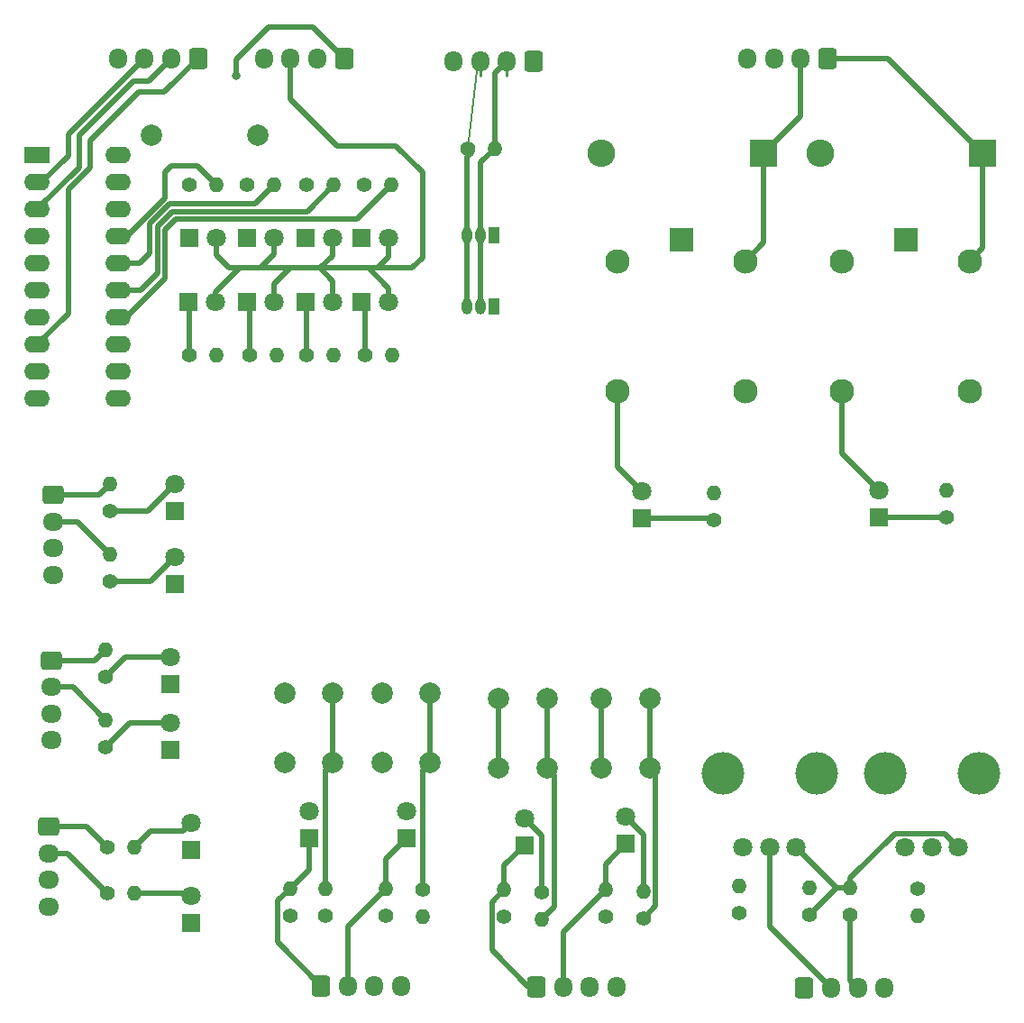
<source format=gbr>
%TF.GenerationSoftware,KiCad,Pcbnew,6.0.7-f9a2dced07~116~ubuntu20.04.1*%
%TF.CreationDate,2022-11-24T17:15:49+00:00*%
%TF.ProjectId,testing_board,74657374-696e-4675-9f62-6f6172642e6b,rev?*%
%TF.SameCoordinates,Original*%
%TF.FileFunction,Copper,L1,Top*%
%TF.FilePolarity,Positive*%
%FSLAX46Y46*%
G04 Gerber Fmt 4.6, Leading zero omitted, Abs format (unit mm)*
G04 Created by KiCad (PCBNEW 6.0.7-f9a2dced07~116~ubuntu20.04.1) date 2022-11-24 17:15:49*
%MOMM*%
%LPD*%
G01*
G04 APERTURE LIST*
G04 Aperture macros list*
%AMRoundRect*
0 Rectangle with rounded corners*
0 $1 Rounding radius*
0 $2 $3 $4 $5 $6 $7 $8 $9 X,Y pos of 4 corners*
0 Add a 4 corners polygon primitive as box body*
4,1,4,$2,$3,$4,$5,$6,$7,$8,$9,$2,$3,0*
0 Add four circle primitives for the rounded corners*
1,1,$1+$1,$2,$3*
1,1,$1+$1,$4,$5*
1,1,$1+$1,$6,$7*
1,1,$1+$1,$8,$9*
0 Add four rect primitives between the rounded corners*
20,1,$1+$1,$2,$3,$4,$5,0*
20,1,$1+$1,$4,$5,$6,$7,0*
20,1,$1+$1,$6,$7,$8,$9,0*
20,1,$1+$1,$8,$9,$2,$3,0*%
G04 Aperture macros list end*
%TA.AperFunction,NonConductor*%
%ADD10C,0.200000*%
%TD*%
%TA.AperFunction,ComponentPad*%
%ADD11R,1.800000X1.800000*%
%TD*%
%TA.AperFunction,ComponentPad*%
%ADD12C,1.800000*%
%TD*%
%TA.AperFunction,ComponentPad*%
%ADD13RoundRect,0.250000X-0.600000X-0.725000X0.600000X-0.725000X0.600000X0.725000X-0.600000X0.725000X0*%
%TD*%
%TA.AperFunction,ComponentPad*%
%ADD14O,1.700000X1.950000*%
%TD*%
%TA.AperFunction,ComponentPad*%
%ADD15RoundRect,0.250000X-0.725000X0.600000X-0.725000X-0.600000X0.725000X-0.600000X0.725000X0.600000X0*%
%TD*%
%TA.AperFunction,ComponentPad*%
%ADD16O,1.950000X1.700000*%
%TD*%
%TA.AperFunction,ComponentPad*%
%ADD17C,1.400000*%
%TD*%
%TA.AperFunction,ComponentPad*%
%ADD18O,1.400000X1.400000*%
%TD*%
%TA.AperFunction,WasherPad*%
%ADD19C,4.000000*%
%TD*%
%TA.AperFunction,ComponentPad*%
%ADD20C,2.000000*%
%TD*%
%TA.AperFunction,ComponentPad*%
%ADD21R,1.000000X1.500000*%
%TD*%
%TA.AperFunction,ComponentPad*%
%ADD22O,1.000000X1.500000*%
%TD*%
%TA.AperFunction,ComponentPad*%
%ADD23RoundRect,0.250000X0.600000X0.725000X-0.600000X0.725000X-0.600000X-0.725000X0.600000X-0.725000X0*%
%TD*%
%TA.AperFunction,ComponentPad*%
%ADD24R,2.300000X2.300000*%
%TD*%
%TA.AperFunction,ComponentPad*%
%ADD25C,2.300000*%
%TD*%
%TA.AperFunction,ComponentPad*%
%ADD26R,2.400000X1.600000*%
%TD*%
%TA.AperFunction,ComponentPad*%
%ADD27O,2.400000X1.600000*%
%TD*%
%TA.AperFunction,ComponentPad*%
%ADD28R,2.600000X2.600000*%
%TD*%
%TA.AperFunction,ComponentPad*%
%ADD29O,2.600000X2.600000*%
%TD*%
%TA.AperFunction,ViaPad*%
%ADD30C,0.800000*%
%TD*%
%TA.AperFunction,Conductor*%
%ADD31C,0.500000*%
%TD*%
%TA.AperFunction,Conductor*%
%ADD32C,0.250000*%
%TD*%
G04 APERTURE END LIST*
D10*
X83219000Y-26775000D02*
X82249000Y-34775000D01*
D11*
%TO.P,D1,1,K*%
%TO.N,Net-(D1-Pad1)*%
X97099000Y-100076000D03*
D12*
%TO.P,D1,2,A*%
%TO.N,Net-(D1-Pad2)*%
X97099000Y-97536000D03*
%TD*%
D11*
%TO.P,D3,1,K*%
%TO.N,Net-(D3-Pad1)*%
X76478000Y-99568000D03*
D12*
%TO.P,D3,2,A*%
%TO.N,Net-(D3-Pad2)*%
X76478000Y-97028000D03*
%TD*%
D11*
%TO.P,D4,1,K*%
%TO.N,GND*%
X54346000Y-85103000D03*
D12*
%TO.P,D4,2,A*%
%TO.N,Net-(D4-Pad2)*%
X54346000Y-82563000D03*
%TD*%
D11*
%TO.P,D5,1,K*%
%TO.N,GND*%
X54346000Y-91254000D03*
D12*
%TO.P,D5,2,A*%
%TO.N,Net-(D5-Pad2)*%
X54346000Y-88714000D03*
%TD*%
D11*
%TO.P,D6,1,K*%
%TO.N,GND*%
X54737000Y-68834000D03*
D12*
%TO.P,D6,2,A*%
%TO.N,Net-(D6-Pad2)*%
X54737000Y-66294000D03*
%TD*%
D11*
%TO.P,D7,1,K*%
%TO.N,GND*%
X54737000Y-75692000D03*
D12*
%TO.P,D7,2,A*%
%TO.N,Net-(D7-Pad2)*%
X54737000Y-73152000D03*
%TD*%
D11*
%TO.P,D8,1,K*%
%TO.N,Net-(D8-Pad1)*%
X67334000Y-99568000D03*
D12*
%TO.P,D8,2,A*%
%TO.N,Net-(D8-Pad2)*%
X67334000Y-97028000D03*
%TD*%
D11*
%TO.P,D9,1,K*%
%TO.N,Net-(D9-Pad1)*%
X72300000Y-43200000D03*
D12*
%TO.P,D9,2,A*%
%TO.N,+5V*%
X74840000Y-43200000D03*
%TD*%
D11*
%TO.P,D10,1,K*%
%TO.N,Net-(D10-Pad1)*%
X67025000Y-43200000D03*
D12*
%TO.P,D10,2,A*%
%TO.N,+5V*%
X69565000Y-43200000D03*
%TD*%
D11*
%TO.P,D11,1,K*%
%TO.N,Net-(D11-Pad1)*%
X61525000Y-43200000D03*
D12*
%TO.P,D11,2,A*%
%TO.N,+5V*%
X64065000Y-43200000D03*
%TD*%
D11*
%TO.P,D12,1,K*%
%TO.N,Net-(D12-Pad1)*%
X56050000Y-43200000D03*
D12*
%TO.P,D12,2,A*%
%TO.N,+5V*%
X58590000Y-43200000D03*
%TD*%
D11*
%TO.P,D13,1,K*%
%TO.N,GND*%
X56250000Y-100642000D03*
D12*
%TO.P,D13,2,A*%
%TO.N,Net-(D13-Pad2)*%
X56250000Y-98102000D03*
%TD*%
D11*
%TO.P,D14,1,K*%
%TO.N,GND*%
X56250000Y-107525000D03*
D12*
%TO.P,D14,2,A*%
%TO.N,Net-(D14-Pad2)*%
X56250000Y-104985000D03*
%TD*%
D11*
%TO.P,D15,1,K*%
%TO.N,Net-(D15-Pad1)*%
X72275000Y-49200000D03*
D12*
%TO.P,D15,2,A*%
%TO.N,+5V*%
X74815000Y-49200000D03*
%TD*%
D11*
%TO.P,D16,1,K*%
%TO.N,Net-(D16-Pad1)*%
X67025000Y-49200000D03*
D12*
%TO.P,D16,2,A*%
%TO.N,+5V*%
X69565000Y-49200000D03*
%TD*%
D11*
%TO.P,D17,1,K*%
%TO.N,Net-(D17-Pad1)*%
X61525000Y-49200000D03*
D12*
%TO.P,D17,2,A*%
%TO.N,+5V*%
X64065000Y-49200000D03*
%TD*%
D11*
%TO.P,D18,1,K*%
%TO.N,Net-(D18-Pad1)*%
X56025000Y-49200000D03*
D12*
%TO.P,D18,2,A*%
%TO.N,+5V*%
X58565000Y-49200000D03*
%TD*%
D13*
%TO.P,J1,1,Pin_1*%
%TO.N,Net-(D2-Pad1)*%
X88717000Y-113538000D03*
D14*
%TO.P,J1,2,Pin_2*%
%TO.N,Net-(D1-Pad1)*%
X91217000Y-113538000D03*
%TO.P,J1,3,Pin_3*%
%TO.N,+5V*%
X93717000Y-113538000D03*
%TO.P,J1,4,Pin_4*%
%TO.N,GND*%
X96217000Y-113538000D03*
%TD*%
D13*
%TO.P,J2,1,Pin_1*%
%TO.N,Net-(D8-Pad1)*%
X68477000Y-113411000D03*
D14*
%TO.P,J2,2,Pin_2*%
%TO.N,Net-(D3-Pad1)*%
X70977000Y-113411000D03*
%TO.P,J2,3,Pin_3*%
%TO.N,+5V*%
X73477000Y-113411000D03*
%TO.P,J2,4,Pin_4*%
%TO.N,GND*%
X75977000Y-113411000D03*
%TD*%
D15*
%TO.P,J3,1,Pin_1*%
%TO.N,Net-(J3-Pad1)*%
X43170000Y-82872000D03*
D16*
%TO.P,J3,2,Pin_2*%
%TO.N,Net-(J3-Pad2)*%
X43170000Y-85372000D03*
%TO.P,J3,3,Pin_3*%
%TO.N,+5V*%
X43170000Y-87872000D03*
%TO.P,J3,4,Pin_4*%
%TO.N,GND*%
X43170000Y-90372000D03*
%TD*%
D15*
%TO.P,J4,1,Pin_1*%
%TO.N,Net-(J4-Pad1)*%
X43307000Y-67310000D03*
D16*
%TO.P,J4,2,Pin_2*%
%TO.N,Net-(J4-Pad2)*%
X43307000Y-69810000D03*
%TO.P,J4,3,Pin_3*%
%TO.N,+5V*%
X43307000Y-72310000D03*
%TO.P,J4,4,Pin_4*%
%TO.N,GND*%
X43307000Y-74810000D03*
%TD*%
D13*
%TO.P,J5,1,Pin_1*%
%TO.N,Net-(J5-Pad1)*%
X113869999Y-113657999D03*
D14*
%TO.P,J5,2,Pin_2*%
%TO.N,Net-(J5-Pad2)*%
X116369999Y-113657999D03*
%TO.P,J5,3,Pin_3*%
%TO.N,+5V*%
X118869999Y-113657999D03*
%TO.P,J5,4,Pin_4*%
%TO.N,GND*%
X121369999Y-113657999D03*
%TD*%
D17*
%TO.P,R1,1*%
%TO.N,Net-(R1-Pad1)*%
X98750000Y-107061000D03*
D18*
%TO.P,R1,2*%
%TO.N,Net-(D1-Pad2)*%
X98750000Y-104521000D03*
%TD*%
D17*
%TO.P,R2,1*%
%TO.N,Net-(D2-Pad2)*%
X89225000Y-104648000D03*
D18*
%TO.P,R2,2*%
%TO.N,Net-(R2-Pad2)*%
X89225000Y-107188000D03*
%TD*%
D17*
%TO.P,R3,1*%
%TO.N,Net-(R3-Pad1)*%
X78002000Y-104394000D03*
D18*
%TO.P,R3,2*%
%TO.N,Net-(D3-Pad2)*%
X78002000Y-106934000D03*
%TD*%
D17*
%TO.P,R4,1*%
%TO.N,Net-(D4-Pad2)*%
X48250000Y-84396000D03*
D18*
%TO.P,R4,2*%
%TO.N,Net-(J3-Pad1)*%
X48250000Y-81856000D03*
%TD*%
D17*
%TO.P,R5,1*%
%TO.N,Net-(D5-Pad2)*%
X48250000Y-91000000D03*
D18*
%TO.P,R5,2*%
%TO.N,Net-(J3-Pad2)*%
X48250000Y-88460000D03*
%TD*%
D17*
%TO.P,R6,1*%
%TO.N,Net-(D6-Pad2)*%
X48641000Y-68834000D03*
D18*
%TO.P,R6,2*%
%TO.N,Net-(J4-Pad1)*%
X48641000Y-66294000D03*
%TD*%
D17*
%TO.P,R7,1*%
%TO.N,Net-(D7-Pad2)*%
X48641000Y-75438000D03*
D18*
%TO.P,R7,2*%
%TO.N,Net-(J4-Pad2)*%
X48641000Y-72898000D03*
%TD*%
D17*
%TO.P,R8,1*%
%TO.N,GND*%
X95194000Y-106934000D03*
D18*
%TO.P,R8,2*%
%TO.N,Net-(D1-Pad1)*%
X95194000Y-104394000D03*
%TD*%
D17*
%TO.P,R9,1*%
%TO.N,GND*%
X74573000Y-106807000D03*
D18*
%TO.P,R9,2*%
%TO.N,Net-(D3-Pad1)*%
X74573000Y-104267000D03*
%TD*%
D17*
%TO.P,R10,1*%
%TO.N,GND*%
X65556000Y-106807000D03*
D18*
%TO.P,R10,2*%
%TO.N,Net-(D8-Pad1)*%
X65556000Y-104267000D03*
%TD*%
D17*
%TO.P,R11,1*%
%TO.N,Net-(D8-Pad2)*%
X68858000Y-106807000D03*
D18*
%TO.P,R11,2*%
%TO.N,Net-(R11-Pad2)*%
X68858000Y-104267000D03*
%TD*%
D17*
%TO.P,R12,1*%
%TO.N,GND*%
X85669000Y-106934000D03*
D18*
%TO.P,R12,2*%
%TO.N,Net-(D2-Pad1)*%
X85669000Y-104394000D03*
%TD*%
D17*
%TO.P,R13,1*%
%TO.N,Net-(D9-Pad1)*%
X72530000Y-38200000D03*
D18*
%TO.P,R13,2*%
%TO.N,Net-(R13-Pad2)*%
X75070000Y-38200000D03*
%TD*%
D17*
%TO.P,R14,1*%
%TO.N,Net-(D10-Pad1)*%
X67130000Y-38200000D03*
D18*
%TO.P,R14,2*%
%TO.N,Net-(R14-Pad2)*%
X69670000Y-38200000D03*
%TD*%
D17*
%TO.P,R15,1*%
%TO.N,Net-(D11-Pad1)*%
X61530000Y-38200000D03*
D18*
%TO.P,R15,2*%
%TO.N,Net-(R15-Pad2)*%
X64070000Y-38200000D03*
%TD*%
D17*
%TO.P,R16,1*%
%TO.N,Net-(D12-Pad1)*%
X56130000Y-38200000D03*
D18*
%TO.P,R16,2*%
%TO.N,Net-(R16-Pad2)*%
X58670000Y-38200000D03*
%TD*%
D17*
%TO.P,R17,1*%
%TO.N,+5V*%
X118187999Y-106799999D03*
D18*
%TO.P,R17,2*%
%TO.N,Net-(R17-Pad2)*%
X118187999Y-104259999D03*
%TD*%
D17*
%TO.P,R18,1*%
%TO.N,+5V*%
X82249000Y-34775000D03*
D18*
%TO.P,R18,2*%
%TO.N,Net-(J16-Pad2)*%
X84789000Y-34775000D03*
%TD*%
D17*
%TO.P,R19,1*%
%TO.N,Net-(R17-Pad2)*%
X114377999Y-106799999D03*
D18*
%TO.P,R19,2*%
%TO.N,GND*%
X114377999Y-104259999D03*
%TD*%
D17*
%TO.P,R20,1*%
%TO.N,Net-(D22-Pad1)*%
X105356000Y-69654000D03*
D18*
%TO.P,R20,2*%
%TO.N,GND*%
X105356000Y-67114000D03*
%TD*%
D17*
%TO.P,R21,1*%
%TO.N,Net-(J6-Pad2)*%
X48376000Y-104706000D03*
D18*
%TO.P,R21,2*%
%TO.N,Net-(D14-Pad2)*%
X50916000Y-104706000D03*
%TD*%
D17*
%TO.P,R22,1*%
%TO.N,Net-(D15-Pad1)*%
X72580000Y-54200000D03*
D18*
%TO.P,R22,2*%
%TO.N,Net-(R22-Pad2)*%
X75120000Y-54200000D03*
%TD*%
D17*
%TO.P,R23,1*%
%TO.N,Net-(D16-Pad1)*%
X67080000Y-54200000D03*
D18*
%TO.P,R23,2*%
%TO.N,Net-(R23-Pad2)*%
X69620000Y-54200000D03*
%TD*%
D17*
%TO.P,R24,1*%
%TO.N,Net-(D17-Pad1)*%
X61730000Y-54200000D03*
D18*
%TO.P,R24,2*%
%TO.N,Net-(R24-Pad2)*%
X64270000Y-54200000D03*
%TD*%
D17*
%TO.P,R25,1*%
%TO.N,Net-(D18-Pad1)*%
X56130000Y-54200000D03*
D18*
%TO.P,R25,2*%
%TO.N,Net-(R25-Pad2)*%
X58670000Y-54200000D03*
%TD*%
D19*
%TO.P,RV1,*%
%TO.N,*%
X121447999Y-93449999D03*
X130247999Y-93449999D03*
D12*
%TO.P,RV1,1,1*%
%TO.N,Net-(R17-Pad2)*%
X128347999Y-100449999D03*
%TO.P,RV1,2,2*%
%TO.N,Net-(J5-Pad1)*%
X125847999Y-100449999D03*
%TO.P,RV1,3,3*%
%TO.N,Net-(RV1-Pad3)*%
X123347999Y-100449999D03*
%TD*%
D19*
%TO.P,RV2,*%
%TO.N,*%
X106207999Y-93449999D03*
X115007999Y-93449999D03*
D12*
%TO.P,RV2,1,1*%
%TO.N,Net-(R17-Pad2)*%
X113107999Y-100449999D03*
%TO.P,RV2,2,2*%
%TO.N,Net-(J5-Pad2)*%
X110607999Y-100449999D03*
%TO.P,RV2,3,3*%
%TO.N,Net-(R26-Pad2)*%
X108107999Y-100449999D03*
%TD*%
D20*
%TO.P,SW1,1,1*%
%TO.N,+5V*%
X94813000Y-92964000D03*
X94813000Y-86464000D03*
%TO.P,SW1,2,2*%
%TO.N,Net-(R1-Pad1)*%
X99313000Y-86464000D03*
X99313000Y-92964000D03*
%TD*%
%TO.P,SW2,1,1*%
%TO.N,+5V*%
X85161000Y-86464000D03*
X85161000Y-92964000D03*
%TO.P,SW2,2,2*%
%TO.N,Net-(R2-Pad2)*%
X89661000Y-92964000D03*
X89661000Y-86464000D03*
%TD*%
%TO.P,SW3,1,1*%
%TO.N,+5V*%
X74192000Y-85956000D03*
X74192000Y-92456000D03*
%TO.P,SW3,2,2*%
%TO.N,Net-(R3-Pad1)*%
X78692000Y-92456000D03*
X78692000Y-85956000D03*
%TD*%
%TO.P,SW4,1,1*%
%TO.N,+5V*%
X65048000Y-92456000D03*
X65048000Y-85956000D03*
%TO.P,SW4,2,2*%
%TO.N,Net-(R11-Pad2)*%
X69548000Y-92456000D03*
X69548000Y-85956000D03*
%TD*%
D21*
%TO.P,U1,1,GND*%
%TO.N,GND*%
X84739000Y-42900000D03*
D22*
%TO.P,U1,2,DQ*%
%TO.N,Net-(J16-Pad2)*%
X83469000Y-42900000D03*
%TO.P,U1,3,VDD*%
%TO.N,+5V*%
X82199000Y-42900000D03*
%TD*%
D21*
%TO.P,U2,1,GND*%
%TO.N,GND*%
X84739000Y-49650000D03*
D22*
%TO.P,U2,2,DQ*%
%TO.N,Net-(J16-Pad2)*%
X83469000Y-49650000D03*
%TO.P,U2,3,VDD*%
%TO.N,+5V*%
X82199000Y-49650000D03*
%TD*%
D23*
%TO.P,J16,1,Pin_1*%
%TO.N,unconnected-(J16-Pad1)*%
X88400000Y-26600000D03*
D14*
%TO.P,J16,2,Pin_2*%
%TO.N,Net-(J16-Pad2)*%
X85900000Y-26600000D03*
%TO.P,J16,3,Pin_3*%
%TO.N,+5V*%
X83400000Y-26600000D03*
%TO.P,J16,4,Pin_4*%
%TO.N,GND*%
X80900000Y-26600000D03*
%TD*%
D17*
%TO.P,R26,1*%
%TO.N,GND*%
X107720000Y-106610000D03*
D18*
%TO.P,R26,2*%
%TO.N,Net-(R26-Pad2)*%
X107720000Y-104070000D03*
%TD*%
D11*
%TO.P,D2,1,K*%
%TO.N,Net-(D2-Pad1)*%
X87574000Y-100203000D03*
D12*
%TO.P,D2,2,A*%
%TO.N,Net-(D2-Pad2)*%
X87574000Y-97663000D03*
%TD*%
D11*
%TO.P,D21,1,K*%
%TO.N,Net-(D21-Pad1)*%
X120850000Y-69400000D03*
D12*
%TO.P,D21,2,A*%
%TO.N,Net-(D21-Pad2)*%
X120850000Y-66860000D03*
%TD*%
D11*
%TO.P,D22,1,K*%
%TO.N,Net-(D22-Pad1)*%
X98625000Y-69527000D03*
D12*
%TO.P,D22,2,A*%
%TO.N,Net-(D22-Pad2)*%
X98625000Y-66987000D03*
%TD*%
D23*
%TO.P,J7,1,Pin_1*%
%TO.N,Net-(J7-Pad1)*%
X56896000Y-26289000D03*
D14*
%TO.P,J7,2,Pin_2*%
%TO.N,Net-(J7-Pad2)*%
X54396000Y-26289000D03*
%TO.P,J7,3,Pin_3*%
%TO.N,+5V*%
X51896000Y-26289000D03*
%TO.P,J7,4,Pin_4*%
%TO.N,GND*%
X49396000Y-26289000D03*
%TD*%
D23*
%TO.P,J8,1,Pin_1*%
%TO.N,Net-(J8-Pad1)*%
X70612000Y-26289000D03*
D14*
%TO.P,J8,2,Pin_2*%
%TO.N,Net-(J8-Pad2)*%
X68112000Y-26289000D03*
%TO.P,J8,3,Pin_3*%
%TO.N,+5V*%
X65612000Y-26289000D03*
%TO.P,J8,4,Pin_4*%
%TO.N,GND*%
X63112000Y-26289000D03*
%TD*%
D23*
%TO.P,J9,1,Pin_1*%
%TO.N,Net-(D19-Pad1)*%
X116024000Y-26347000D03*
D14*
%TO.P,J9,2,Pin_2*%
%TO.N,Net-(D20-Pad1)*%
X113524000Y-26347000D03*
%TO.P,J9,3,Pin_3*%
%TO.N,+5V*%
X111024000Y-26347000D03*
%TO.P,J9,4,Pin_4*%
%TO.N,GND*%
X108524000Y-26347000D03*
%TD*%
D17*
%TO.P,R27,1*%
%TO.N,Net-(J6-Pad1)*%
X48376000Y-100388000D03*
D18*
%TO.P,R27,2*%
%TO.N,Net-(D13-Pad2)*%
X50916000Y-100388000D03*
%TD*%
D17*
%TO.P,R28,1*%
%TO.N,Net-(D21-Pad1)*%
X127200000Y-69400000D03*
D18*
%TO.P,R28,2*%
%TO.N,GND*%
X127200000Y-66860000D03*
%TD*%
D24*
%TO.P,RLY1,1,COM*%
%TO.N,+5V*%
X123390000Y-43365000D03*
D25*
%TO.P,RLY1,2,COIL*%
%TO.N,GND*%
X117390000Y-45365000D03*
%TO.P,RLY1,3,NO*%
%TO.N,Net-(D21-Pad2)*%
X117390000Y-57565000D03*
%TO.P,RLY1,4,NC*%
%TO.N,unconnected-(RLY1-Pad4)*%
X129390000Y-57565000D03*
%TO.P,RLY1,5,COIL*%
%TO.N,Net-(D19-Pad1)*%
X129390000Y-45365000D03*
%TD*%
D24*
%TO.P,RLY2,1,COM*%
%TO.N,+5V*%
X102308000Y-43365000D03*
D25*
%TO.P,RLY2,2,COIL*%
%TO.N,GND*%
X96308000Y-45365000D03*
%TO.P,RLY2,3,NO*%
%TO.N,Net-(D22-Pad2)*%
X96308000Y-57565000D03*
%TO.P,RLY2,4,NC*%
%TO.N,unconnected-(RLY2-Pad4)*%
X108308000Y-57565000D03*
%TO.P,RLY2,5,COIL*%
%TO.N,Net-(D20-Pad1)*%
X108308000Y-45365000D03*
%TD*%
D26*
%TO.P,U3,1,PGND*%
%TO.N,GND*%
X41800000Y-35400000D03*
D27*
%TO.P,U3,2,VCC*%
%TO.N,+5V*%
X41800000Y-37940000D03*
%TO.P,U3,3,SER_IN*%
%TO.N,Net-(J7-Pad2)*%
X41800000Y-40480000D03*
%TO.P,U3,4,DRAIN0*%
%TO.N,Net-(R25-Pad2)*%
X41800000Y-43020000D03*
%TO.P,U3,5,DRAIN1*%
%TO.N,Net-(R24-Pad2)*%
X41800000Y-45560000D03*
%TO.P,U3,6,DRAIN2*%
%TO.N,Net-(R23-Pad2)*%
X41800000Y-48100000D03*
%TO.P,U3,7,DRAIN3*%
%TO.N,Net-(R22-Pad2)*%
X41800000Y-50640000D03*
%TO.P,U3,8,~{SRCLR}*%
%TO.N,Net-(J7-Pad1)*%
X41800000Y-53180000D03*
%TO.P,U3,9,~{G}*%
%TO.N,GND*%
X41800000Y-55720000D03*
%TO.P,U3,10,PGND*%
X41800000Y-58260000D03*
%TO.P,U3,11,PGND*%
X49420000Y-58260000D03*
%TO.P,U3,12,RCLK*%
%TO.N,Net-(J8-Pad2)*%
X49420000Y-55720000D03*
%TO.P,U3,13,SRCK*%
%TO.N,Net-(J8-Pad1)*%
X49420000Y-53180000D03*
%TO.P,U3,14,DRAIN4*%
%TO.N,Net-(R13-Pad2)*%
X49420000Y-50640000D03*
%TO.P,U3,15,DRAIN5*%
%TO.N,Net-(R14-Pad2)*%
X49420000Y-48100000D03*
%TO.P,U3,16,DRAIN6*%
%TO.N,Net-(R15-Pad2)*%
X49420000Y-45560000D03*
%TO.P,U3,17,DRAIN7*%
%TO.N,Net-(R16-Pad2)*%
X49420000Y-43020000D03*
%TO.P,U3,18,SER_OUT*%
%TO.N,unconnected-(U3-Pad18)*%
X49420000Y-40480000D03*
%TO.P,U3,19,LGND*%
%TO.N,GND*%
X49420000Y-37940000D03*
%TO.P,U3,20,PGND*%
X49420000Y-35400000D03*
%TD*%
D15*
%TO.P,J6,1,Pin_1*%
%TO.N,Net-(J6-Pad1)*%
X42915000Y-98483000D03*
D16*
%TO.P,J6,2,Pin_2*%
%TO.N,Net-(J6-Pad2)*%
X42915000Y-100983000D03*
%TO.P,J6,3,Pin_3*%
%TO.N,+5V*%
X42915000Y-103483000D03*
%TO.P,J6,4,Pin_4*%
%TO.N,GND*%
X42915000Y-105983000D03*
%TD*%
D28*
%TO.P,D19,1,K*%
%TO.N,Net-(D19-Pad1)*%
X130629000Y-35237000D03*
D29*
%TO.P,D19,2,A*%
%TO.N,GND*%
X115389000Y-35237000D03*
%TD*%
D28*
%TO.P,D20,1,K*%
%TO.N,Net-(D20-Pad1)*%
X110055000Y-35237000D03*
D29*
%TO.P,D20,2,A*%
%TO.N,GND*%
X94815000Y-35237000D03*
%TD*%
D17*
%TO.P,R29,1*%
%TO.N,Net-(RV1-Pad3)*%
X124500000Y-104280000D03*
D18*
%TO.P,R29,2*%
%TO.N,GND*%
X124500000Y-106820000D03*
%TD*%
D20*
%TO.P,C1,1*%
%TO.N,GND*%
X62500000Y-33500000D03*
%TO.P,C1,2*%
%TO.N,+5V*%
X52500000Y-33500000D03*
%TD*%
D30*
%TO.N,Net-(J8-Pad1)*%
X60452000Y-27940000D03*
%TD*%
D31*
%TO.N,Net-(D1-Pad1)*%
X95194000Y-104394000D02*
X91217000Y-108371000D01*
X95194000Y-101981000D02*
X97099000Y-100076000D01*
X95194000Y-104394000D02*
X95194000Y-101981000D01*
X91217000Y-108371000D02*
X91217000Y-113538000D01*
%TO.N,Net-(D2-Pad1)*%
X87955000Y-113538000D02*
X84518999Y-110101999D01*
X88717000Y-113538000D02*
X87955000Y-113538000D01*
X84518999Y-110101999D02*
X84518999Y-105544001D01*
X84518999Y-105544001D02*
X85669000Y-104394000D01*
X85669000Y-102108000D02*
X87574000Y-100203000D01*
X85669000Y-104394000D02*
X85669000Y-102108000D01*
%TO.N,Net-(D2-Pad2)*%
X89225000Y-99314000D02*
X87574000Y-97663000D01*
X89225000Y-104648000D02*
X89225000Y-99314000D01*
%TO.N,Net-(D3-Pad1)*%
X74573000Y-104267000D02*
X74573000Y-101473000D01*
X74573000Y-104267000D02*
X70977000Y-107863000D01*
X74573000Y-101473000D02*
X76478000Y-99568000D01*
X70977000Y-107863000D02*
X70977000Y-113411000D01*
%TO.N,Net-(D4-Pad2)*%
X54346000Y-82563000D02*
X54341000Y-82558000D01*
X54341000Y-82558000D02*
X50088000Y-82558000D01*
X50088000Y-82558000D02*
X48250000Y-84396000D01*
%TO.N,Net-(D5-Pad2)*%
X54346000Y-88714000D02*
X50536000Y-88714000D01*
X50536000Y-88714000D02*
X48250000Y-91000000D01*
%TO.N,Net-(D6-Pad2)*%
X52197000Y-68834000D02*
X54737000Y-66294000D01*
X48641000Y-68834000D02*
X52197000Y-68834000D01*
%TO.N,Net-(D7-Pad2)*%
X48641000Y-75438000D02*
X52451000Y-75438000D01*
X52451000Y-75438000D02*
X54737000Y-73152000D01*
%TO.N,Net-(D8-Pad1)*%
X64405999Y-109339999D02*
X68477000Y-113411000D01*
X67334000Y-99568000D02*
X67334000Y-102489000D01*
X65556000Y-104267000D02*
X64405999Y-105417001D01*
X67334000Y-102489000D02*
X65556000Y-104267000D01*
X64405999Y-105417001D02*
X64405999Y-109339999D01*
D32*
X67334000Y-99568000D02*
X67334000Y-102616000D01*
D31*
%TO.N,Net-(D13-Pad2)*%
X52440000Y-98864000D02*
X55488000Y-98864000D01*
X50916000Y-100388000D02*
X52440000Y-98864000D01*
X55488000Y-98864000D02*
X56250000Y-98102000D01*
%TO.N,Net-(J6-Pad2)*%
X44653000Y-100983000D02*
X42915000Y-100983000D01*
X48376000Y-104706000D02*
X44653000Y-100983000D01*
%TO.N,Net-(J6-Pad1)*%
X42915000Y-98483000D02*
X46471000Y-98483000D01*
X46471000Y-98483000D02*
X48376000Y-100388000D01*
%TO.N,Net-(D14-Pad2)*%
X50916000Y-104706000D02*
X55971000Y-104706000D01*
X55971000Y-104706000D02*
X56250000Y-104985000D01*
%TO.N,Net-(D15-Pad1)*%
X72580000Y-54200000D02*
X72580000Y-49505000D01*
X72580000Y-49505000D02*
X72275000Y-49200000D01*
%TO.N,Net-(D16-Pad1)*%
X67080000Y-54200000D02*
X67080000Y-49255000D01*
X67080000Y-49255000D02*
X67025000Y-49200000D01*
%TO.N,Net-(D17-Pad1)*%
X61730000Y-54200000D02*
X61730000Y-49405000D01*
X61730000Y-49405000D02*
X61525000Y-49200000D01*
%TO.N,+5V*%
X78000000Y-37000000D02*
X78000000Y-45000000D01*
X42200000Y-37940000D02*
X44704000Y-35436000D01*
X75500000Y-34500000D02*
X78000000Y-37000000D01*
X68400000Y-46000000D02*
X67792000Y-46000000D01*
X82199000Y-49650000D02*
X82199000Y-43326516D01*
X82199000Y-43326516D02*
X82197407Y-43324923D01*
X74840000Y-43200000D02*
X74840000Y-44960000D01*
X64065000Y-44735000D02*
X64065000Y-43200000D01*
X72924000Y-46000000D02*
X74815000Y-47891000D01*
X69565000Y-44835000D02*
X68400000Y-46000000D01*
X65600000Y-46000000D02*
X64065000Y-47535000D01*
X72924000Y-46000000D02*
X68400000Y-46000000D01*
D32*
X83400000Y-27950000D02*
X83400000Y-26600000D01*
D31*
X58590000Y-43200000D02*
X58590000Y-44790000D01*
X74840000Y-44960000D02*
X73800000Y-46000000D01*
X77000000Y-46000000D02*
X73800000Y-46000000D01*
X44704000Y-35436000D02*
X44704000Y-33481000D01*
X60800000Y-46000000D02*
X58565000Y-48235000D01*
X73800000Y-46000000D02*
X72924000Y-46000000D01*
X78000000Y-45000000D02*
X77000000Y-46000000D01*
X70000000Y-34500000D02*
X75500000Y-34500000D01*
X59800000Y-46000000D02*
X60800000Y-46000000D01*
X118187999Y-112975999D02*
X118869999Y-113657999D01*
X67792000Y-46000000D02*
X68352000Y-46000000D01*
X85161000Y-86464000D02*
X85161000Y-92964000D01*
X68352000Y-46000000D02*
X69565000Y-47213000D01*
X69565000Y-47213000D02*
X69565000Y-49200000D01*
X65612000Y-30112000D02*
X70000000Y-34500000D01*
X58590000Y-44790000D02*
X59800000Y-46000000D01*
X60800000Y-46000000D02*
X62800000Y-46000000D01*
X65612000Y-26289000D02*
X65612000Y-30112000D01*
X67792000Y-46000000D02*
X66000000Y-46000000D01*
X44704000Y-33481000D02*
X51896000Y-26289000D01*
X69565000Y-43200000D02*
X69565000Y-44835000D01*
X82199000Y-42900000D02*
X82199000Y-35597162D01*
X41800000Y-37940000D02*
X42200000Y-37940000D01*
X74815000Y-47891000D02*
X74815000Y-49200000D01*
X58565000Y-48235000D02*
X58565000Y-49200000D01*
X64065000Y-47535000D02*
X64065000Y-49200000D01*
X62800000Y-46000000D02*
X64065000Y-44735000D01*
X82199000Y-35597162D02*
X82588268Y-35207894D01*
X118187999Y-106799999D02*
X118187999Y-112975999D01*
X66000000Y-46000000D02*
X65600000Y-46000000D01*
X94813000Y-86464000D02*
X94813000Y-92964000D01*
X66000000Y-46000000D02*
X62800000Y-46000000D01*
%TO.N,Net-(J3-Pad2)*%
X42916000Y-85372000D02*
X45162000Y-85372000D01*
X45162000Y-85372000D02*
X48250000Y-88460000D01*
%TO.N,Net-(J3-Pad1)*%
X42916000Y-82872000D02*
X47234000Y-82872000D01*
X47234000Y-82872000D02*
X48250000Y-81856000D01*
%TO.N,Net-(J4-Pad1)*%
X47625000Y-67310000D02*
X48641000Y-66294000D01*
X43307000Y-67310000D02*
X47625000Y-67310000D01*
%TO.N,Net-(J4-Pad2)*%
X43307000Y-69810000D02*
X45553000Y-69810000D01*
X45553000Y-69810000D02*
X48641000Y-72898000D01*
%TO.N,Net-(J5-Pad2)*%
X110607999Y-107895999D02*
X110607999Y-100449999D01*
X116369999Y-113657999D02*
X110607999Y-107895999D01*
%TO.N,Net-(J7-Pad1)*%
X46736000Y-34036000D02*
X51308000Y-29464000D01*
X51308000Y-29464000D02*
X53721000Y-29464000D01*
X44704000Y-50276000D02*
X44704000Y-38581270D01*
X46736000Y-36549270D02*
X46736000Y-34036000D01*
X44704000Y-38581270D02*
X46736000Y-36549270D01*
X41800000Y-53180000D02*
X44704000Y-50276000D01*
X53721000Y-29464000D02*
X56896000Y-26289000D01*
%TO.N,Net-(J8-Pad1)*%
X60452000Y-26416000D02*
X63500000Y-23368000D01*
X70612000Y-26289000D02*
X70612000Y-26797000D01*
X67691000Y-23368000D02*
X70612000Y-26289000D01*
X63500000Y-23368000D02*
X67691000Y-23368000D01*
X60452000Y-27940000D02*
X60452000Y-26416000D01*
%TO.N,Net-(R1-Pad1)*%
X98750000Y-107061000D02*
X99900001Y-105910999D01*
X99313000Y-92964000D02*
X99313000Y-86464000D01*
X99900001Y-105910999D02*
X99900001Y-93551001D01*
X99900001Y-93551001D02*
X99313000Y-92964000D01*
%TO.N,Net-(R2-Pad2)*%
X90375001Y-106037999D02*
X90375001Y-93678001D01*
X89661000Y-86464000D02*
X89661000Y-92964000D01*
X90375001Y-93678001D02*
X89661000Y-92964000D01*
X89225000Y-107188000D02*
X90375001Y-106037999D01*
%TO.N,Net-(R17-Pad2)*%
X118187999Y-104259999D02*
X118187999Y-103270050D01*
X118187999Y-104259999D02*
X116917999Y-104259999D01*
X116917999Y-104259999D02*
X114377999Y-106799999D01*
X122358051Y-99099998D02*
X126997998Y-99099998D01*
X116917999Y-104259999D02*
X113107999Y-100449999D01*
X118187999Y-103270050D02*
X122358051Y-99099998D01*
X126997998Y-99099998D02*
X128347999Y-100449999D01*
%TO.N,Net-(J16-Pad2)*%
X83469000Y-42900000D02*
X83469000Y-36095000D01*
X84789000Y-34775000D02*
X84789000Y-27711000D01*
X83469000Y-36095000D02*
X84789000Y-34775000D01*
X84789000Y-27711000D02*
X85900000Y-26600000D01*
X83469000Y-49650000D02*
X83469000Y-42900000D01*
D32*
X85900000Y-26600000D02*
X85900000Y-27910000D01*
D31*
%TO.N,Net-(D1-Pad2)*%
X98750000Y-99187000D02*
X98750000Y-104521000D01*
X97099000Y-97536000D02*
X98750000Y-99187000D01*
%TO.N,Net-(D21-Pad1)*%
X120850000Y-69400000D02*
X127200000Y-69400000D01*
%TO.N,Net-(D21-Pad2)*%
X117390000Y-57565000D02*
X117390000Y-63400000D01*
X117390000Y-63400000D02*
X120850000Y-66860000D01*
%TO.N,Net-(D22-Pad2)*%
X96308000Y-57565000D02*
X96308000Y-64670000D01*
X96308000Y-64670000D02*
X98625000Y-66987000D01*
%TO.N,Net-(D22-Pad1)*%
X105229000Y-69527000D02*
X105356000Y-69654000D01*
X98625000Y-69527000D02*
X105229000Y-69527000D01*
%TO.N,Net-(J7-Pad2)*%
X41800000Y-40480000D02*
X41816000Y-40480000D01*
X50800000Y-28448000D02*
X52237000Y-28448000D01*
X45720000Y-36576000D02*
X45720000Y-33528000D01*
X52237000Y-28448000D02*
X54396000Y-26289000D01*
X41816000Y-40480000D02*
X45720000Y-36576000D01*
X45720000Y-33528000D02*
X50800000Y-28448000D01*
%TO.N,Net-(R3-Pad1)*%
X78692000Y-92456000D02*
X78692000Y-85956000D01*
X78002000Y-93146000D02*
X78692000Y-92456000D01*
X78002000Y-104394000D02*
X78002000Y-93146000D01*
%TO.N,Net-(R11-Pad2)*%
X68858000Y-93146000D02*
X69548000Y-92456000D01*
X68858000Y-104267000D02*
X68858000Y-93146000D01*
X69548000Y-85956000D02*
X69548000Y-92456000D01*
%TO.N,Net-(D19-Pad1)*%
X130629000Y-44126000D02*
X129390000Y-45365000D01*
X130629000Y-35237000D02*
X130629000Y-44126000D01*
X116024000Y-26347000D02*
X121739000Y-26347000D01*
X121739000Y-26347000D02*
X130629000Y-35237000D01*
%TO.N,Net-(D20-Pad1)*%
X110055000Y-43618000D02*
X108308000Y-45365000D01*
X110055000Y-35237000D02*
X110055000Y-43618000D01*
X113524000Y-31768000D02*
X110055000Y-35237000D01*
X113524000Y-26347000D02*
X113524000Y-31768000D01*
%TO.N,Net-(D18-Pad1)*%
X56130000Y-54200000D02*
X56130000Y-49305000D01*
X56130000Y-49305000D02*
X56025000Y-49200000D01*
%TO.N,Net-(R13-Pad2)*%
X71870000Y-41400000D02*
X75070000Y-38200000D01*
X50160000Y-50640000D02*
X53800000Y-47000000D01*
X53800000Y-42400000D02*
X54800000Y-41400000D01*
X49420000Y-50640000D02*
X50160000Y-50640000D01*
X53800000Y-47000000D02*
X53800000Y-42400000D01*
X54800000Y-41400000D02*
X71870000Y-41400000D01*
%TO.N,Net-(R14-Pad2)*%
X53100000Y-42110050D02*
X54510050Y-40700000D01*
X51500000Y-48100000D02*
X53100000Y-46500000D01*
X53100000Y-46500000D02*
X53100000Y-42110050D01*
X67170000Y-40700000D02*
X69670000Y-38200000D01*
X54510050Y-40700000D02*
X67170000Y-40700000D01*
X49420000Y-48100000D02*
X51500000Y-48100000D01*
%TO.N,Net-(R15-Pad2)*%
X52400000Y-41820101D02*
X54220101Y-40000000D01*
X62270000Y-40000000D02*
X64070000Y-38200000D01*
X51440000Y-45560000D02*
X52400000Y-44600000D01*
X49420000Y-45560000D02*
X51440000Y-45560000D01*
X54220101Y-40000000D02*
X62270000Y-40000000D01*
X52400000Y-44600000D02*
X52400000Y-41820101D01*
%TO.N,Net-(R16-Pad2)*%
X53800000Y-39430151D02*
X53800000Y-37000000D01*
X54400000Y-36400000D02*
X56870000Y-36400000D01*
X50210151Y-43020000D02*
X53800000Y-39430151D01*
X49420000Y-43020000D02*
X50210151Y-43020000D01*
X53800000Y-37000000D02*
X54400000Y-36400000D01*
X56870000Y-36400000D02*
X58670000Y-38200000D01*
%TD*%
M02*

</source>
